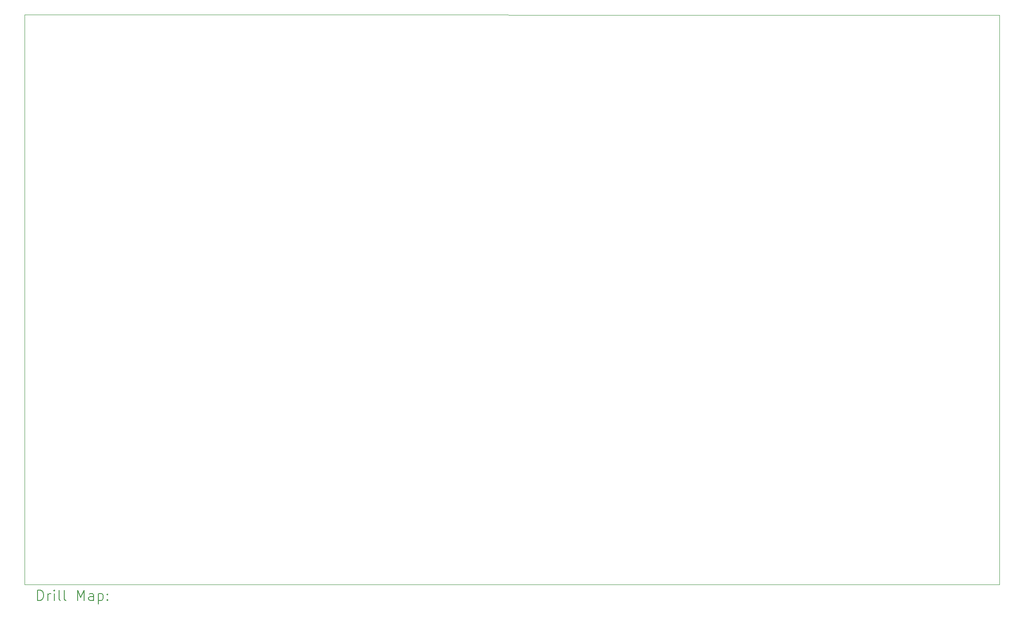
<source format=gbr>
%TF.GenerationSoftware,KiCad,Pcbnew,9.0.0*%
%TF.CreationDate,2025-03-31T16:50:09-07:00*%
%TF.ProjectId,proto-for-mfg,70726f74-6f2d-4666-9f72-2d6d66672e6b,rev?*%
%TF.SameCoordinates,Original*%
%TF.FileFunction,Drillmap*%
%TF.FilePolarity,Positive*%
%FSLAX45Y45*%
G04 Gerber Fmt 4.5, Leading zero omitted, Abs format (unit mm)*
G04 Created by KiCad (PCBNEW 9.0.0) date 2025-03-31 16:50:09*
%MOMM*%
%LPD*%
G01*
G04 APERTURE LIST*
%ADD10C,0.050000*%
%ADD11C,0.200000*%
G04 APERTURE END LIST*
D10*
X21392500Y-10045000D02*
X21392500Y-14985000D01*
X2256986Y-3798195D02*
X21392500Y-3802500D01*
X2256986Y-14985695D02*
X2256986Y-3798195D01*
X21392500Y-14985000D02*
X2256986Y-14985695D01*
X21392500Y-3802500D02*
X21392500Y-10045000D01*
D11*
X2515262Y-15299678D02*
X2515262Y-15099678D01*
X2515262Y-15099678D02*
X2562881Y-15099678D01*
X2562881Y-15099678D02*
X2591453Y-15109202D01*
X2591453Y-15109202D02*
X2610500Y-15128250D01*
X2610500Y-15128250D02*
X2620024Y-15147297D01*
X2620024Y-15147297D02*
X2629548Y-15185393D01*
X2629548Y-15185393D02*
X2629548Y-15213964D01*
X2629548Y-15213964D02*
X2620024Y-15252059D01*
X2620024Y-15252059D02*
X2610500Y-15271107D01*
X2610500Y-15271107D02*
X2591453Y-15290155D01*
X2591453Y-15290155D02*
X2562881Y-15299678D01*
X2562881Y-15299678D02*
X2515262Y-15299678D01*
X2715262Y-15299678D02*
X2715262Y-15166345D01*
X2715262Y-15204440D02*
X2724786Y-15185393D01*
X2724786Y-15185393D02*
X2734310Y-15175869D01*
X2734310Y-15175869D02*
X2753358Y-15166345D01*
X2753358Y-15166345D02*
X2772405Y-15166345D01*
X2839072Y-15299678D02*
X2839072Y-15166345D01*
X2839072Y-15099678D02*
X2829548Y-15109202D01*
X2829548Y-15109202D02*
X2839072Y-15118726D01*
X2839072Y-15118726D02*
X2848596Y-15109202D01*
X2848596Y-15109202D02*
X2839072Y-15099678D01*
X2839072Y-15099678D02*
X2839072Y-15118726D01*
X2962881Y-15299678D02*
X2943834Y-15290155D01*
X2943834Y-15290155D02*
X2934310Y-15271107D01*
X2934310Y-15271107D02*
X2934310Y-15099678D01*
X3067643Y-15299678D02*
X3048596Y-15290155D01*
X3048596Y-15290155D02*
X3039072Y-15271107D01*
X3039072Y-15271107D02*
X3039072Y-15099678D01*
X3296215Y-15299678D02*
X3296215Y-15099678D01*
X3296215Y-15099678D02*
X3362881Y-15242536D01*
X3362881Y-15242536D02*
X3429548Y-15099678D01*
X3429548Y-15099678D02*
X3429548Y-15299678D01*
X3610500Y-15299678D02*
X3610500Y-15194917D01*
X3610500Y-15194917D02*
X3600977Y-15175869D01*
X3600977Y-15175869D02*
X3581929Y-15166345D01*
X3581929Y-15166345D02*
X3543834Y-15166345D01*
X3543834Y-15166345D02*
X3524786Y-15175869D01*
X3610500Y-15290155D02*
X3591453Y-15299678D01*
X3591453Y-15299678D02*
X3543834Y-15299678D01*
X3543834Y-15299678D02*
X3524786Y-15290155D01*
X3524786Y-15290155D02*
X3515262Y-15271107D01*
X3515262Y-15271107D02*
X3515262Y-15252059D01*
X3515262Y-15252059D02*
X3524786Y-15233012D01*
X3524786Y-15233012D02*
X3543834Y-15223488D01*
X3543834Y-15223488D02*
X3591453Y-15223488D01*
X3591453Y-15223488D02*
X3610500Y-15213964D01*
X3705738Y-15166345D02*
X3705738Y-15366345D01*
X3705738Y-15175869D02*
X3724786Y-15166345D01*
X3724786Y-15166345D02*
X3762881Y-15166345D01*
X3762881Y-15166345D02*
X3781929Y-15175869D01*
X3781929Y-15175869D02*
X3791453Y-15185393D01*
X3791453Y-15185393D02*
X3800977Y-15204440D01*
X3800977Y-15204440D02*
X3800977Y-15261583D01*
X3800977Y-15261583D02*
X3791453Y-15280631D01*
X3791453Y-15280631D02*
X3781929Y-15290155D01*
X3781929Y-15290155D02*
X3762881Y-15299678D01*
X3762881Y-15299678D02*
X3724786Y-15299678D01*
X3724786Y-15299678D02*
X3705738Y-15290155D01*
X3886691Y-15280631D02*
X3896215Y-15290155D01*
X3896215Y-15290155D02*
X3886691Y-15299678D01*
X3886691Y-15299678D02*
X3877167Y-15290155D01*
X3877167Y-15290155D02*
X3886691Y-15280631D01*
X3886691Y-15280631D02*
X3886691Y-15299678D01*
X3886691Y-15175869D02*
X3896215Y-15185393D01*
X3896215Y-15185393D02*
X3886691Y-15194917D01*
X3886691Y-15194917D02*
X3877167Y-15185393D01*
X3877167Y-15185393D02*
X3886691Y-15175869D01*
X3886691Y-15175869D02*
X3886691Y-15194917D01*
M02*

</source>
